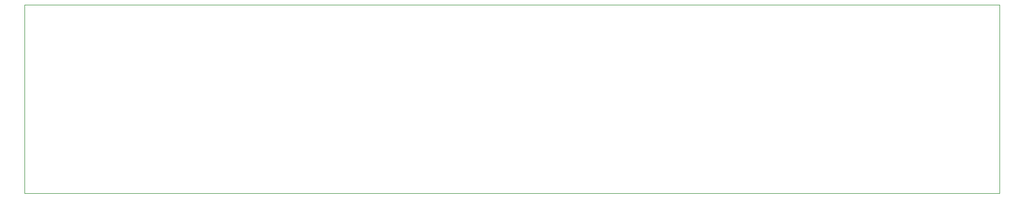
<source format=gm1>
G04 #@! TF.GenerationSoftware,KiCad,Pcbnew,8.0.5*
G04 #@! TF.CreationDate,2024-09-12T21:57:31+02:00*
G04 #@! TF.ProjectId,Ruler_IPRL_KiCad,52756c65-725f-4495-9052-4c5f4b694361,rev?*
G04 #@! TF.SameCoordinates,Original*
G04 #@! TF.FileFunction,Profile,NP*
%FSLAX46Y46*%
G04 Gerber Fmt 4.6, Leading zero omitted, Abs format (unit mm)*
G04 Created by KiCad (PCBNEW 8.0.5) date 2024-09-12 21:57:31*
%MOMM*%
%LPD*%
G01*
G04 APERTURE LIST*
G04 #@! TA.AperFunction,Profile*
%ADD10C,0.100000*%
G04 #@! TD*
G04 APERTURE END LIST*
D10*
X75000000Y-85000000D02*
X230000000Y-85000000D01*
X230000000Y-115000000D01*
X75000000Y-115000000D01*
X75000000Y-85000000D01*
M02*

</source>
